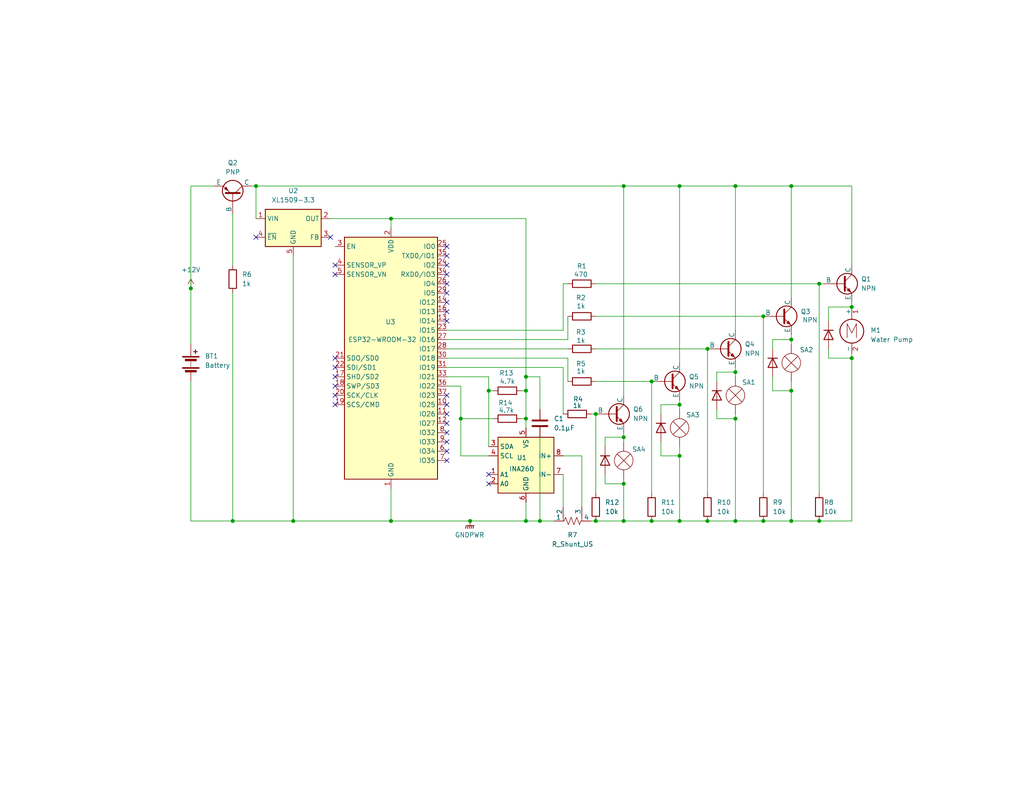
<source format=kicad_sch>
(kicad_sch (version 20250114) (generator "eeschema") (generator_version "9.0")
  (paper "A")
  (title_block (title "DryBilge") (date "2025-05-05") (rev "0.0.1") (company "David Ross") (comment 1 "https://github.com/Bagarre/BilgeDry") (comment 2 "2025 Bagarre — Licensed under the MIT License"))
  (lib_symbols
    (symbol "Device:Battery" (pin_numbers (hide yes)) (pin_names (offset 0) (hide yes))
      (property "Reference" "BT" (at 2.54 2.54 0))
      (property "Value" "Battery" (at 2.54 0 0))
      (symbol "Battery_0_1"
        (rectangle (start -2.286 1.778) (end 2.286 1.524) (fill (type outline)))
        (rectangle (start -2.286 -1.27) (end 2.286 -1.524) (fill (type outline)))
        (rectangle (start -1.524 1.016) (end 1.524 0.508) (fill (type outline)))
        (rectangle (start -1.524 -2.032) (end 1.524 -2.54) (fill (type outline)))
        (polyline (pts (xy 0 1.778) (xy 0 2.54)))
        (polyline (pts (xy 0 0) (xy 0 0.254)))
        (polyline (pts (xy 0 -0.508) (xy 0 -0.254)))
        (polyline (pts (xy 0 -1.016) (xy 0 -0.762)))
        (polyline (pts (xy 0.762 3.048) (xy 1.778 3.048)) (stroke (width 0.254)))
        (polyline (pts (xy 1.27 3.556) (xy 1.27 2.54)) (stroke (width 0.254)))
      )
      (symbol "Battery_1_1"
        (pin passive line (at 0 5.08 270) (length 2.54) (name "+") (number "1"))
        (pin passive line (at 0 -5.08 90) (length 2.54) (name "-") (number "2"))
      )
    )
    (symbol "Device:C" (pin_numbers (hide yes)) (pin_names (offset 0.254))
      (property "Reference" "C" (at 0.635 2.54 0))
      (property "Value" "C" (at 0.635 -2.54 0))
      (symbol "C_0_1"
        (polyline (pts (xy -2.032 0.762) (xy 2.032 0.762)) (stroke (width 0.508)))
        (polyline (pts (xy -2.032 -0.762) (xy 2.032 -0.762)) (stroke (width 0.508)))
      )
      (symbol "C_1_1"
        (pin passive line (at 0 3.81 270) (length 2.794) (name "~") (number "1"))
        (pin passive line (at 0 -3.81 90) (length 2.794) (name "~") (number "2"))
      )
    )
    (symbol "Device:D" (pin_numbers (hide yes)) (pin_names (offset 1.016) (hide yes))
      (property "Reference" "D" (at 0 2.54 0))
      (property "Value" "D" (at 0 -2.54 0))
      (symbol "D_0_1"
        (polyline (pts (xy -1.27 1.27) (xy -1.27 -1.27)) (stroke (width 0.254)))
        (polyline (pts (xy 1.27 1.27) (xy 1.27 -1.27) (xy -1.27 0) (xy 1.27 1.27)) (stroke (width 0.254)))
        (polyline (pts (xy 1.27 0) (xy -1.27 0)))
      )
      (symbol "D_1_1"
        (pin passive line (at -3.81 0 0) (length 2.54) (name "K") (number "1"))
        (pin passive line (at 3.81 0 180) (length 2.54) (name "A") (number "2"))
      )
    )
    (symbol "Device:Lamp" (pin_numbers (hide yes)) (pin_names (offset 0.0254) (hide yes))
      (property "Reference" "LA" (at 0.635 3.81 0))
      (property "Value" "Lamp" (at 0.635 -3.81 0))
      (symbol "Lamp_0_1"
        (polyline (pts (xy -1.778 1.778) (xy 1.778 -1.778)))
        (circle (center 0 0) (radius 2.54))
        (polyline (pts (xy 1.778 1.778) (xy -1.778 -1.778)))
      )
      (symbol "Lamp_1_1"
        (pin passive line (at 0 5.08 270) (length 2.54) (name "+") (number "2"))
        (pin passive line (at 0 -5.08 90) (length 2.54) (name "-") (number "1"))
      )
    )
    (symbol "Device:R" (pin_numbers (hide yes)) (pin_names (offset 0))
      (property "Reference" "R" (at 2.032 0 90))
      (property "Value" "R" (at 0 0 90))
      (symbol "R_0_1"
        (rectangle (start -1.016 -2.54) (end 1.016 2.54) (stroke (width 0.254)))
      )
      (symbol "R_1_1"
        (pin passive line (at 0 3.81 270) (length 1.27) (name "~") (number "1"))
        (pin passive line (at 0 -3.81 90) (length 1.27) (name "~") (number "2"))
      )
    )
    (symbol "Device:R_Shunt_US" (pin_numbers (hide yes)) (pin_names (offset 0))
      (property "Reference" "R" (at -5.08 0 90))
      (property "Value" "R_Shunt_US" (at -3.048 0 90))
      (symbol "R_Shunt_US_1_1"
        (polyline (pts (xy 0 2.286) (xy 0 2.54)))
        (polyline (pts (xy 0 2.286) (xy 1.016 1.905) (xy 0 1.524) (xy -1.016 1.143) (xy 0 0.762)))
        (polyline (pts (xy 0 0.762) (xy 1.016 0.381) (xy 0 0) (xy -1.016 -0.381) (xy 0 -0.762)))
        (polyline (pts (xy 0 -0.762) (xy 1.016 -1.143) (xy 0 -1.524) (xy -1.016 -1.905) (xy 0 -2.286)))
        (polyline (pts (xy 0 -2.286) (xy 0 -2.54)))
        (polyline (pts (xy 0 -2.54) (xy 1.27 -2.54)))
        (polyline (pts (xy 1.27 2.54) (xy 0 2.54)))
        (pin passive line (at 0 5.08 270) (length 2.54) (name "1") (number "1"))
        (pin passive line (at 0 -5.08 90) (length 2.54) (name "4") (number "4"))
        (pin passive line (at 3.81 2.54 180) (length 2.54) (name "2") (number "2"))
        (pin passive line (at 3.81 -2.54 180) (length 2.54) (name "3") (number "3"))
      )
    )
    (symbol "Motor:Motor_DC" (pin_names (offset 0))
      (property "Reference" "M" (at 2.54 2.54 0))
      (property "Value" "Motor_DC" (at 2.54 -5.08 0))
      (symbol "Motor_DC_0_0"
        (polyline (pts (xy -1.27 -3.302) (xy -1.27 0.508) (xy 0 -2.032) (xy 1.27 0.508) (xy 1.27 -3.302)))
      )
      (symbol "Motor_DC_0_1"
        (polyline (pts (xy 0 2.032) (xy 0 2.54)))
        (polyline (pts (xy 0 1.7272) (xy 0 2.0828)))
        (circle (center 0 -1.524) (radius 3.2512) (stroke (width 0.254)))
        (polyline (pts (xy 0 -4.7752) (xy 0 -5.1816)))
        (polyline (pts (xy 0 -7.62) (xy 0 -7.112)))
      )
      (symbol "Motor_DC_1_1"
        (pin passive line (at 0 5.08 270) (length 2.54) (name "+") (number "1"))
        (pin passive line (at 0 -7.62 90) (length 2.54) (name "-") (number "2"))
      )
    )
    (symbol "RF_Module:ESP32-WROOM-32"
      (property "Reference" "U" (at -12.7 34.29 0))
      (property "Value" "ESP32-WROOM-32" (at 1.27 34.29 0))
      (symbol "ESP32-WROOM-32_0_1"
        (rectangle (start -12.7 33.02) (end 12.7 -33.02) (stroke (width 0.254)) (fill (type background)))
      )
      (symbol "ESP32-WROOM-32_1_1"
        (pin input line (at -15.24 30.48 0) (length 2.54) (name "EN") (number "3"))
        (pin input line (at -15.24 25.4 0) (length 2.54) (name "SENSOR_VP") (number "4"))
        (pin input line (at -15.24 22.86 0) (length 2.54) (name "SENSOR_VN") (number "5"))
        (pin bidirectional line (at -15.24 0 0) (length 2.54) (name "SDO/SD0") (number "21"))
        (pin bidirectional line (at -15.24 -2.54 0) (length 2.54) (name "SDI/SD1") (number "22"))
        (pin bidirectional line (at -15.24 -5.08 0) (length 2.54) (name "SHD/SD2") (number "17"))
        (pin bidirectional line (at -15.24 -7.62 0) (length 2.54) (name "SWP/SD3") (number "18"))
        (pin bidirectional line (at -15.24 -10.16 0) (length 2.54) (name "SCK/CLK") (number "20"))
        (pin bidirectional line (at -15.24 -12.7 0) (length 2.54) (name "SCS/CMD") (number "19"))
        (pin no_connect line (at -12.7 -27.94 0) (length 2.54) (hide yes) (name "NC") (number "32"))
        (pin power_in line (at 0 35.56 270) (length 2.54) (name "VDD") (number "2"))
        (pin power_in line (at 0 -35.56 90) (length 2.54) (name "GND") (number "1"))
        (pin passive line (at 0 -35.56 90) (length 2.54) (hide yes) (name "GND") (number "15"))
        (pin passive line (at 0 -35.56 90) (length 2.54) (hide yes) (name "GND") (number "38"))
        (pin passive line (at 0 -35.56 90) (length 2.54) (hide yes) (name "GND") (number "39"))
        (pin bidirectional line (at 15.24 30.48 180) (length 2.54) (name "IO0") (number "25"))
        (pin bidirectional line (at 15.24 27.94 180) (length 2.54) (name "TXD0/IO1") (number "35"))
        (pin bidirectional line (at 15.24 25.4 180) (length 2.54) (name "IO2") (number "24"))
        (pin bidirectional line (at 15.24 22.86 180) (length 2.54) (name "RXD0/IO3") (number "34"))
        (pin bidirectional line (at 15.24 20.32 180) (length 2.54) (name "IO4") (number "26"))
        (pin bidirectional line (at 15.24 17.78 180) (length 2.54) (name "IO5") (number "29"))
        (pin bidirectional line (at 15.24 15.24 180) (length 2.54) (name "IO12") (number "14"))
        (pin bidirectional line (at 15.24 12.7 180) (length 2.54) (name "IO13") (number "16"))
        (pin bidirectional line (at 15.24 10.16 180) (length 2.54) (name "IO14") (number "13"))
        (pin bidirectional line (at 15.24 7.62 180) (length 2.54) (name "IO15") (number "23"))
        (pin bidirectional line (at 15.24 5.08 180) (length 2.54) (name "IO16") (number "27"))
        (pin bidirectional line (at 15.24 2.54 180) (length 2.54) (name "IO17") (number "28"))
        (pin bidirectional line (at 15.24 0 180) (length 2.54) (name "IO18") (number "30"))
        (pin bidirectional line (at 15.24 -2.54 180) (length 2.54) (name "IO19") (number "31"))
        (pin bidirectional line (at 15.24 -5.08 180) (length 2.54) (name "IO21") (number "33"))
        (pin bidirectional line (at 15.24 -7.62 180) (length 2.54) (name "IO22") (number "36"))
        (pin bidirectional line (at 15.24 -10.16 180) (length 2.54) (name "IO23") (number "37"))
        (pin bidirectional line (at 15.24 -12.7 180) (length 2.54) (name "IO25") (number "10"))
        (pin bidirectional line (at 15.24 -15.24 180) (length 2.54) (name "IO26") (number "11"))
        (pin bidirectional line (at 15.24 -17.78 180) (length 2.54) (name "IO27") (number "12"))
        (pin bidirectional line (at 15.24 -20.32 180) (length 2.54) (name "IO32") (number "8"))
        (pin bidirectional line (at 15.24 -22.86 180) (length 2.54) (name "IO33") (number "9"))
        (pin input line (at 15.24 -25.4 180) (length 2.54) (name "IO34") (number "6"))
        (pin input line (at 15.24 -27.94 180) (length 2.54) (name "IO35") (number "7"))
      )
    )
    (symbol "Regulator_Switching:XL1509-3.3"
      (property "Reference" "U" (at -7.112 6.096 0))
      (property "Value" "XL1509-3.3" (at 5.842 6.096 0))
      (symbol "XL1509-3.3_0_1"
        (rectangle (start -7.62 5.08) (end 7.62 -5.08) (stroke (width 0.254)) (fill (type background)))
      )
      (symbol "XL1509-3.3_1_1"
        (pin power_in line (at -10.16 2.54 0) (length 2.54) (name "VIN") (number "1"))
        (pin input line (at -10.16 -2.54 0) (length 2.54) (name "~{EN}") (number "4"))
        (pin power_in line (at 0 -7.62 90) (length 2.54) (name "GND") (number "5"))
        (pin passive line (at 0 -7.62 90) (length 2.54) (hide yes) (name "GND") (number "6"))
        (pin passive line (at 0 -7.62 90) (length 2.54) (hide yes) (name "GND") (number "7"))
        (pin passive line (at 0 -7.62 90) (length 2.54) (hide yes) (name "GND") (number "8"))
        (pin power_out line (at 10.16 2.54 180) (length 2.54) (name "OUT") (number "2"))
        (pin input line (at 10.16 -2.54 180) (length 2.54) (name "FB") (number "3"))
      )
    )
    (symbol "Sensor_Energy:INA219AxD"
      (property "Reference" "U" (at -6.35 8.89 0))
      (property "Value" "INA219AxD" (at 5.08 8.89 0))
      (symbol "INA219AxD_0_1"
        (rectangle (start -7.62 7.62) (end 7.62 -7.62) (stroke (width 0.254)) (fill (type background)))
      )
      (symbol "INA219AxD_1_1"
        (pin input line (at -10.16 2.54 0) (length 2.54) (name "IN+") (number "8"))
        (pin input line (at -10.16 -2.54 0) (length 2.54) (name "IN-") (number "7"))
        (pin power_in line (at 0 10.16 270) (length 2.54) (name "VS") (number "5"))
        (pin power_in line (at 0 -10.16 90) (length 2.54) (name "GND") (number "6"))
        (pin bidirectional line (at 10.16 5.08 180) (length 2.54) (name "SDA") (number "3"))
        (pin input line (at 10.16 2.54 180) (length 2.54) (name "SCL") (number "4"))
        (pin input line (at 10.16 -2.54 180) (length 2.54) (name "A1") (number "1"))
        (pin input line (at 10.16 -5.08 180) (length 2.54) (name "A0") (number "2"))
      )
    )
    (symbol "Simulation_SPICE:NPN" (pin_numbers (hide yes)) (pin_names (offset 0))
      (property "Reference" "Q" (at -2.54 7.62 0))
      (property "Value" "NPN" (at -2.54 5.08 0))
      (symbol "NPN_0_1"
        (polyline (pts (xy -2.54 0) (xy 0.635 0)) (stroke (width 0.1524)))
        (polyline (pts (xy 0.635 1.905) (xy 0.635 -1.905) (xy 0.635 -1.905)) (stroke (width 0.508)))
        (polyline (pts (xy 0.635 0.635) (xy 2.54 2.54)))
        (polyline (pts (xy 0.635 -0.635) (xy 2.54 -2.54) (xy 2.54 -2.54)))
        (circle (center 1.27 0) (radius 2.8194) (stroke (width 0.254)))
        (polyline (pts (xy 1.27 -1.778) (xy 1.778 -1.27) (xy 2.286 -2.286) (xy 1.27 -1.778) (xy 1.27 -1.778)) (fill (type outline)))
        (polyline (pts (xy 2.794 -1.27) (xy 2.794 -1.27)) (stroke (width 0.1524)))
        (polyline (pts (xy 2.794 -1.27) (xy 2.794 -1.27)) (stroke (width 0.1524)))
      )
      (symbol "NPN_1_1"
        (pin input line (at -5.08 0 0) (length 2.54) (name "B") (number "2"))
        (pin open_collector line (at 2.54 5.08 270) (length 2.54) (name "C") (number "1"))
        (pin open_emitter line (at 2.54 -5.08 90) (length 2.54) (name "E") (number "3"))
      )
    )
    (symbol "Simulation_SPICE:PNP" (pin_numbers (hide yes)) (pin_names (offset 0))
      (property "Reference" "Q" (at -2.54 7.62 0))
      (property "Value" "PNP" (at -2.54 5.08 0))
      (symbol "PNP_0_1"
        (polyline (pts (xy -2.54 0) (xy 0.635 0)) (stroke (width 0.1524)))
        (polyline (pts (xy 0.635 1.905) (xy 0.635 -1.905) (xy 0.635 -1.905)) (stroke (width 0.508)))
        (polyline (pts (xy 0.635 0.635) (xy 2.54 2.54)))
        (polyline (pts (xy 0.635 -0.635) (xy 2.54 -2.54) (xy 2.54 -2.54)))
        (circle (center 1.27 0) (radius 2.8194) (stroke (width 0.254)))
        (polyline (pts (xy 2.286 -1.778) (xy 1.778 -2.286) (xy 1.27 -1.27) (xy 2.286 -1.778) (xy 2.286 -1.778)) (fill (type outline)))
      )
      (symbol "PNP_1_1"
        (pin input line (at -5.08 0 0) (length 2.54) (name "B") (number "2"))
        (pin open_collector line (at 2.54 5.08 270) (length 2.54) (name "C") (number "1"))
        (pin open_emitter line (at 2.54 -5.08 90) (length 2.54) (name "E") (number "3"))
      )
    )
    (symbol "power:+12V" (power) (pin_numbers (hide yes)) (pin_names (offset 0) (hide yes))
      (property "Value" "+12V" (at 0 3.556 0))
      (symbol "+12V_0_1"
        (polyline (pts (xy -0.762 1.27) (xy 0 2.54)))
        (polyline (pts (xy 0 2.54) (xy 0.762 1.27)))
        (polyline (pts (xy 0 0) (xy 0 2.54)))
      )
      (symbol "+12V_1_1"
        (pin power_in line (at 0 0 90) (length 0) (name "~") (number "1"))
      )
    )
    (symbol "power:GNDPWR" (power) (pin_numbers (hide yes)) (pin_names (offset 0) (hide yes))
      (property "Value" "GNDPWR" (at 0 -3.302 0))
      (symbol "GNDPWR_0_1"
        (polyline (pts (xy -1.016 -1.27) (xy -1.27 -2.032) (xy -1.27 -2.032)) (stroke (width 0.2032)))
        (polyline (pts (xy -0.508 -1.27) (xy -0.762 -2.032) (xy -0.762 -2.032)) (stroke (width 0.2032)))
        (polyline (pts (xy 0 -1.27) (xy 0 0)))
        (polyline (pts (xy 0 -1.27) (xy -0.254 -2.032) (xy -0.254 -2.032)) (stroke (width 0.2032)))
        (polyline (pts (xy 0.508 -1.27) (xy 0.254 -2.032) (xy 0.254 -2.032)) (stroke (width 0.2032)))
        (polyline (pts (xy 1.016 -1.27) (xy -1.016 -1.27) (xy -1.016 -1.27)) (stroke (width 0.2032)))
        (polyline (pts (xy 1.016 -1.27) (xy 0.762 -2.032) (xy 0.762 -2.032) (xy 0.762 -2.032)) (stroke (width 0.2032)))
      )
      (symbol "GNDPWR_1_1"
        (pin power_in line (at 0 0 270) (length 0) (name "~") (number "1"))
      )
    )
  )
  (junction (at 185.42 50.8))
  (junction (at 63.5 142.24))
  (junction (at 193.04 142.24))
  (junction (at 106.68 142.24))
  (junction (at 215.9 142.24))
  (junction (at 232.41 97.79))
  (junction (at 185.42 110.49))
  (junction (at 193.04 95.25))
  (junction (at 208.28 142.24))
  (junction (at 106.68 59.69))
  (junction (at 177.8 104.14))
  (junction (at 223.52 142.24))
  (junction (at 200.66 114.3))
  (junction (at 170.18 50.8))
  (junction (at 143.51 102.87))
  (junction (at 208.28 86.36))
  (junction (at 170.18 142.24))
  (junction (at 143.51 106.68))
  (junction (at 52.07 78.74))
  (junction (at 200.66 101.6))
  (junction (at 143.51 142.24))
  (junction (at 185.42 142.24))
  (junction (at 200.66 50.8))
  (junction (at 185.42 124.46))
  (junction (at 215.9 106.68))
  (junction (at 162.56 113.03))
  (junction (at 170.18 132.08))
  (junction (at 215.9 92.71))
  (junction (at 162.56 142.24))
  (junction (at 200.66 142.24))
  (junction (at 223.52 77.47))
  (junction (at 80.01 142.24))
  (junction (at 128.27 142.24))
  (junction (at 147.32 142.24))
  (junction (at 143.51 114.3))
  (junction (at 133.35 106.68))
  (junction (at 69.85 50.8))
  (junction (at 177.8 142.24))
  (junction (at 125.73 114.3))
  (junction (at 170.18 119.38))
  (junction (at 232.41 83.82))
  (junction (at 215.9 50.8))
  (no_connect (at 121.92 118.11))
  (no_connect (at 121.92 123.19))
  (no_connect (at 121.92 113.03))
  (no_connect (at 121.92 74.93))
  (no_connect (at 133.35 129.54))
  (no_connect (at 90.17 64.77))
  (no_connect (at 91.44 110.49))
  (no_connect (at 121.92 87.63))
  (no_connect (at 133.35 132.08))
  (no_connect (at 121.92 72.39))
  (no_connect (at 121.92 82.55))
  (no_connect (at 121.92 125.73))
  (no_connect (at 91.44 97.79))
  (no_connect (at 121.92 85.09))
  (no_connect (at 121.92 107.95))
  (no_connect (at 91.44 72.39))
  (no_connect (at 121.92 77.47))
  (no_connect (at 91.44 102.87))
  (no_connect (at 121.92 67.31))
  (no_connect (at 121.92 80.01))
  (no_connect (at 91.44 105.41))
  (no_connect (at 121.92 110.49))
  (no_connect (at 91.44 107.95))
  (no_connect (at 91.44 100.33))
  (no_connect (at 121.92 69.85))
  (no_connect (at 69.85 64.77))
  (no_connect (at 91.44 74.93))
  (no_connect (at 121.92 120.65))
  (no_connect (at 121.92 115.57))
  (wire (pts (xy 154.94 104.14) (xy 154.94 97.79)))
  (wire (pts (xy 165.1 129.54) (xy 165.1 132.08)))
  (wire (pts (xy 170.18 50.8) (xy 185.42 50.8)))
  (wire (pts (xy 232.41 96.52) (xy 232.41 97.79)))
  (wire (pts (xy 143.51 106.68) (xy 143.51 114.3)))
  (wire (pts (xy 226.06 97.79) (xy 232.41 97.79)))
  (wire (pts (xy 200.66 50.8) (xy 215.9 50.8)))
  (wire (pts (xy 210.82 92.71) (xy 215.9 92.71)))
  (wire (pts (xy 133.35 106.68) (xy 133.35 121.92)))
  (wire (pts (xy 195.58 104.14) (xy 195.58 101.6)))
  (wire (pts (xy 180.34 124.46) (xy 185.42 124.46)))
  (wire (pts (xy 147.32 111.76) (xy 147.32 102.87)))
  (wire (pts (xy 177.8 142.24) (xy 185.42 142.24)))
  (wire (pts (xy 210.82 102.87) (xy 210.82 106.68)))
  (wire (pts (xy 106.68 142.24) (xy 128.27 142.24)))
  (wire (pts (xy 185.42 50.8) (xy 200.66 50.8)))
  (wire (pts (xy 125.73 105.41) (xy 125.73 114.3)))
  (wire (pts (xy 170.18 119.38) (xy 170.18 120.65)))
  (wire (pts (xy 121.92 90.17) (xy 153.67 90.17)))
  (wire (pts (xy 52.07 78.74) (xy 52.07 50.8)))
  (wire (pts (xy 215.9 104.14) (xy 215.9 106.68)))
  (wire (pts (xy 143.51 59.69) (xy 143.51 102.87)))
  (wire (pts (xy 143.51 116.84) (xy 143.51 114.3)))
  (wire (pts (xy 121.92 102.87) (xy 133.35 102.87)))
  (wire (pts (xy 143.51 102.87) (xy 143.51 106.68)))
  (wire (pts (xy 121.92 92.71) (xy 154.94 92.71)))
  (wire (pts (xy 147.32 142.24) (xy 151.13 142.24)))
  (wire (pts (xy 226.06 87.63) (xy 226.06 83.82)))
  (wire (pts (xy 232.41 97.79) (xy 232.41 142.24)))
  (wire (pts (xy 121.92 105.41) (xy 125.73 105.41)))
  (wire (pts (xy 180.34 120.65) (xy 180.34 124.46)))
  (wire (pts (xy 153.67 77.47) (xy 154.94 77.47)))
  (wire (pts (xy 193.04 95.25) (xy 193.04 134.62)))
  (wire (pts (xy 143.51 137.16) (xy 143.51 142.24)))
  (wire (pts (xy 177.8 104.14) (xy 177.8 134.62)))
  (wire (pts (xy 125.73 114.3) (xy 134.62 114.3)))
  (wire (pts (xy 177.8 104.14) (xy 179.07 104.14)))
  (wire (pts (xy 226.06 83.82) (xy 232.41 83.82)))
  (wire (pts (xy 121.92 100.33) (xy 153.67 100.33)))
  (wire (pts (xy 133.35 106.68) (xy 134.62 106.68)))
  (wire (pts (xy 80.01 69.85) (xy 80.01 142.24)))
  (wire (pts (xy 162.56 77.47) (xy 223.52 77.47)))
  (wire (pts (xy 106.68 133.35) (xy 106.68 142.24)))
  (wire (pts (xy 210.82 106.68) (xy 215.9 106.68)))
  (wire (pts (xy 226.06 95.25) (xy 226.06 97.79)))
  (wire (pts (xy 80.01 142.24) (xy 106.68 142.24)))
  (wire (pts (xy 170.18 118.11) (xy 170.18 119.38)))
  (wire (pts (xy 153.67 124.46) (xy 158.75 124.46)))
  (wire (pts (xy 143.51 142.24) (xy 147.32 142.24)))
  (wire (pts (xy 215.9 106.68) (xy 215.9 142.24)))
  (wire (pts (xy 162.56 142.24) (xy 170.18 142.24)))
  (wire (pts (xy 125.73 124.46) (xy 133.35 124.46)))
  (wire (pts (xy 52.07 142.24) (xy 63.5 142.24)))
  (wire (pts (xy 170.18 130.81) (xy 170.18 132.08)))
  (wire (pts (xy 185.42 109.22) (xy 185.42 110.49)))
  (wire (pts (xy 121.92 97.79) (xy 154.94 97.79)))
  (wire (pts (xy 106.68 59.69) (xy 143.51 59.69)))
  (wire (pts (xy 143.51 142.24) (xy 128.27 142.24)))
  (wire (pts (xy 208.28 134.62) (xy 208.28 86.36)))
  (wire (pts (xy 158.75 124.46) (xy 158.75 138.43)))
  (wire (pts (xy 161.29 113.03) (xy 162.56 113.03)))
  (wire (pts (xy 170.18 132.08) (xy 170.18 142.24)))
  (wire (pts (xy 161.29 142.24) (xy 162.56 142.24)))
  (wire (pts (xy 154.94 92.71) (xy 154.94 86.36)))
  (wire (pts (xy 142.24 114.3) (xy 143.51 114.3)))
  (wire (pts (xy 125.73 114.3) (xy 125.73 124.46)))
  (wire (pts (xy 153.67 129.54) (xy 153.67 138.43)))
  (wire (pts (xy 147.32 102.87) (xy 143.51 102.87)))
  (wire (pts (xy 223.52 77.47) (xy 224.79 77.47)))
  (wire (pts (xy 185.42 110.49) (xy 185.42 111.76)))
  (wire (pts (xy 106.68 59.69) (xy 106.68 62.23)))
  (wire (pts (xy 63.5 58.42) (xy 63.5 72.39)))
  (wire (pts (xy 52.07 104.14) (xy 52.07 142.24)))
  (wire (pts (xy 215.9 142.24) (xy 223.52 142.24)))
  (wire (pts (xy 147.32 119.38) (xy 147.32 142.24)))
  (wire (pts (xy 162.56 86.36) (xy 208.28 86.36)))
  (wire (pts (xy 185.42 142.24) (xy 193.04 142.24)))
  (wire (pts (xy 153.67 113.03) (xy 153.67 100.33)))
  (wire (pts (xy 232.41 50.8) (xy 215.9 50.8)))
  (wire (pts (xy 215.9 91.44) (xy 215.9 92.71)))
  (wire (pts (xy 63.5 142.24) (xy 80.01 142.24)))
  (wire (pts (xy 232.41 82.55) (xy 232.41 83.82)))
  (wire (pts (xy 52.07 93.98) (xy 52.07 78.74)))
  (wire (pts (xy 165.1 121.92) (xy 165.1 119.38)))
  (wire (pts (xy 210.82 95.25) (xy 210.82 92.71)))
  (wire (pts (xy 52.07 50.8) (xy 58.42 50.8)))
  (wire (pts (xy 223.52 142.24) (xy 232.41 142.24)))
  (wire (pts (xy 165.1 132.08) (xy 170.18 132.08)))
  (wire (pts (xy 180.34 110.49) (xy 185.42 110.49)))
  (wire (pts (xy 185.42 124.46) (xy 185.42 142.24)))
  (wire (pts (xy 185.42 50.8) (xy 185.42 99.06)))
  (wire (pts (xy 153.67 77.47) (xy 153.67 90.17)))
  (wire (pts (xy 165.1 119.38) (xy 170.18 119.38)))
  (wire (pts (xy 195.58 101.6) (xy 200.66 101.6)))
  (wire (pts (xy 208.28 142.24) (xy 215.9 142.24)))
  (wire (pts (xy 162.56 113.03) (xy 162.56 134.62)))
  (wire (pts (xy 162.56 95.25) (xy 193.04 95.25)))
  (wire (pts (xy 200.66 114.3) (xy 200.66 142.24)))
  (wire (pts (xy 170.18 142.24) (xy 177.8 142.24)))
  (wire (pts (xy 232.41 72.39) (xy 232.41 50.8)))
  (wire (pts (xy 90.17 59.69) (xy 106.68 59.69)))
  (wire (pts (xy 200.66 100.33) (xy 200.66 101.6)))
  (wire (pts (xy 133.35 102.87) (xy 133.35 106.68)))
  (wire (pts (xy 69.85 50.8) (xy 170.18 50.8)))
  (wire (pts (xy 223.52 134.62) (xy 223.52 77.47)))
  (wire (pts (xy 162.56 104.14) (xy 177.8 104.14)))
  (wire (pts (xy 68.58 50.8) (xy 69.85 50.8)))
  (wire (pts (xy 200.66 142.24) (xy 208.28 142.24)))
  (wire (pts (xy 195.58 111.76) (xy 195.58 114.3)))
  (wire (pts (xy 180.34 113.03) (xy 180.34 110.49)))
  (wire (pts (xy 215.9 92.71) (xy 215.9 93.98)))
  (wire (pts (xy 69.85 59.69) (xy 69.85 50.8)))
  (wire (pts (xy 142.24 106.68) (xy 143.51 106.68)))
  (wire (pts (xy 63.5 80.01) (xy 63.5 142.24)))
  (wire (pts (xy 121.92 95.25) (xy 154.94 95.25)))
  (wire (pts (xy 215.9 50.8) (xy 215.9 81.28)))
  (wire (pts (xy 193.04 142.24) (xy 200.66 142.24)))
  (wire (pts (xy 195.58 114.3) (xy 200.66 114.3)))
  (wire (pts (xy 170.18 50.8) (xy 170.18 107.95)))
  (wire (pts (xy 200.66 113.03) (xy 200.66 114.3)))
  (wire (pts (xy 185.42 121.92) (xy 185.42 124.46)))
  (wire (pts (xy 200.66 101.6) (xy 200.66 102.87)))
  (wire (pts (xy 200.66 50.8) (xy 200.66 90.17)))
  (symbol (lib_id "Simulation_SPICE:NPN") (at 182.88 104.14 0) (unit 1)
    (property "Reference" "Q5" (at 187.96 102.8699 0) (effects (justify left)))
    (property "Value" "NPN" (at 187.96 105.4099 0) (effects (justify left)))
    (property "Datasheet" "https://ngspice.sourceforge.io/docs/ngspice-html-manual/manual.xhtml#cha_BJTs" (effects (hide yes)))
    (property "Description" "Bipolar transistor symbol for simulation only, substrate tied to the emitter" (effects (hide yes)))
    (property "Sim.Device" "NPN" (effects (hide yes)))
    (property "Sim.Type" "GUMMELPOON" (effects (hide yes)))
    (property "Sim.Pins" "1=C 2=B 3=E" (effects (hide yes)))
  )
  (symbol (lib_id "Device:R") (at 158.75 86.36 90) (unit 1)
    (property "Reference" "R2" (at 158.496 81.28 90))
    (property "Value" "1k" (at 158.496 83.566 90))
    (property "Description" "Resistor" (effects (hide yes)))
  )
  (symbol (lib_id "Device:D") (at 195.58 107.95 270) (unit 1)
    (property "Reference" "D3" (effects (hide yes)))
    (property "Value" "D" (effects (hide yes)))
    (property "Description" "Diode" (effects (hide yes)))
    (property "Sim.Device" "D" (effects (hide yes)))
    (property "Sim.Pins" "1=K 2=A" (effects (hide yes)))
  )
  (symbol (lib_id "Simulation_SPICE:NPN") (at 213.36 86.36 0) (unit 1)
    (property "Reference" "Q3" (at 218.44 85.0899 0) (effects (justify left)))
    (property "Value" "NPN" (at 218.948 87.376 0) (effects (justify left)))
    (property "Datasheet" "https://ngspice.sourceforge.io/docs/ngspice-html-manual/manual.xhtml#cha_BJTs" (effects (hide yes)))
    (property "Description" "Bipolar transistor symbol for simulation only, substrate tied to the emitter" (effects (hide yes)))
    (property "Sim.Device" "NPN" (effects (hide yes)))
    (property "Sim.Type" "GUMMELPOON" (effects (hide yes)))
    (property "Sim.Pins" "1=C 2=B 3=E" (effects (hide yes)))
  )
  (symbol (lib_id "Device:D") (at 180.34 116.84 270) (unit 1)
    (property "Reference" "D4" (effects (hide yes)))
    (property "Value" "D" (effects (hide yes)))
    (property "Description" "Diode" (effects (hide yes)))
    (property "Sim.Device" "D" (effects (hide yes)))
    (property "Sim.Pins" "1=K 2=A" (effects (hide yes)))
  )
  (symbol (lib_id "Simulation_SPICE:NPN") (at 229.87 77.47 0) (unit 1)
    (property "Reference" "Q1" (at 234.95 76.1999 0) (effects (justify left)))
    (property "Value" "NPN" (at 234.95 78.7399 0) (effects (justify left)))
    (property "Datasheet" "https://ngspice.sourceforge.io/docs/ngspice-html-manual/manual.xhtml#cha_BJTs" (effects (hide yes)))
    (property "Description" "Bipolar transistor symbol for simulation only, substrate tied to the emitter" (effects (hide yes)))
    (property "Sim.Device" "NPN" (effects (hide yes)))
    (property "Sim.Type" "GUMMELPOON" (effects (hide yes)))
    (property "Sim.Pins" "1=C 2=B 3=E" (effects (hide yes)))
  )
  (symbol (lib_id "Regulator_Switching:XL1509-3.3") (at 80.01 62.23 0) (unit 1)
    (property "Reference" "U2" (at 80.01 52.07 0))
    (property "Value" "XL1509-3.3" (at 80.01 54.61 0))
    (property "Footprint" "Package_SO:SOIC-8_3.9x4.9mm_P1.27mm" (effects (hide yes)))
    (property "Datasheet" "https://datasheet.lcsc.com/lcsc/1809050422_XLSEMI-XL1509-5-0E1_C61063.pdf" (effects (hide yes)))
    (property "Description" "Buck DC/DC Converter, 2A, 3.3V Output Voltage, 4.5-40V Input Voltage" (effects (hide yes)))
  )
  (symbol (lib_id "Device:R_Shunt_US") (at 156.21 142.24 90) (unit 1)
    (property "Reference" "R7" (at 156.21 146.05 90))
    (property "Value" "R_Shunt_US" (at 156.21 148.59 90))
    (property "Description" "Shunt resistor, US symbol" (effects (hide yes)))
  )
  (symbol (lib_id "Device:R") (at 223.52 138.43 0) (unit 1)
    (property "Reference" "R8" (at 224.79 137.16 0) (effects (justify left)))
    (property "Value" "10k" (at 224.79 139.7 0) (effects (justify left)))
    (property "Description" "Resistor" (effects (hide yes)))
  )
  (symbol (lib_id "Device:R") (at 63.5 76.2 0) (unit 1)
    (property "Reference" "R6" (at 66.04 74.9299 0) (effects (justify left)))
    (property "Value" "1k" (at 66.04 77.4699 0) (effects (justify left)))
    (property "Description" "Resistor" (effects (hide yes)))
  )
  (symbol (lib_id "Device:D") (at 226.06 91.44 270) (unit 1)
    (property "Reference" "D1" (effects (hide yes)))
    (property "Value" "D" (effects (hide yes)))
    (property "Description" "Diode" (effects (hide yes)))
    (property "Sim.Device" "D" (effects (hide yes)))
    (property "Sim.Pins" "1=K 2=A" (effects (hide yes)))
  )
  (symbol (lib_id "Simulation_SPICE:NPN") (at 198.12 95.25 0) (unit 1)
    (property "Reference" "Q4" (at 203.2 93.9799 0) (effects (justify left)))
    (property "Value" "NPN" (at 203.2 96.5199 0) (effects (justify left)))
    (property "Datasheet" "https://ngspice.sourceforge.io/docs/ngspice-html-manual/manual.xhtml#cha_BJTs" (effects (hide yes)))
    (property "Description" "Bipolar transistor symbol for simulation only, substrate tied to the emitter" (effects (hide yes)))
    (property "Sim.Device" "NPN" (effects (hide yes)))
    (property "Sim.Type" "GUMMELPOON" (effects (hide yes)))
    (property "Sim.Pins" "1=C 2=B 3=E" (effects (hide yes)))
  )
  (symbol (lib_id "Device:R") (at 162.56 138.43 0) (unit 1)
    (property "Reference" "R12" (at 165.1 137.1599 0) (effects (justify left)))
    (property "Value" "10k" (at 165.1 139.6999 0) (effects (justify left)))
    (property "Description" "Resistor" (effects (hide yes)))
  )
  (symbol (lib_id "Device:R") (at 158.75 104.14 90) (unit 1)
    (property "Reference" "R5" (at 158.496 99.314 90))
    (property "Value" "1k" (at 158.496 101.346 90))
    (property "Description" "Resistor" (effects (hide yes)))
  )
  (symbol (lib_id "Device:Lamp") (at 215.9 99.06 0) (unit 1)
    (property "Reference" "SA2" (at 218.186 95.504 0) (effects (justify left)))
    (property "Value" "Solenoid" (effects (hide yes)))
    (property "Description" "Solenoid" (effects (hide yes)))
  )
  (symbol (lib_id "Device:R") (at 158.75 95.25 90) (unit 1)
    (property "Reference" "R3" (at 158.496 90.678 90))
    (property "Value" "1k" (at 158.496 92.964 90))
    (property "Description" "Resistor" (effects (hide yes)))
  )
  (symbol (lib_id "power:+12V") (at 52.07 78.74 0) (unit 1)
    (property "Reference" "#PWR02" (effects (hide yes)))
    (property "Value" "+12V" (at 52.07 73.66 0))
    (property "Description" "Power symbol creates a global label with name \"+12V\"" (effects (hide yes)))
  )
  (symbol (lib_id "Sensor_Energy:INA219AxD") (at 143.51 127 0) (mirror y) (unit 1)
    (property "Reference" "U1" (at 143.764 124.968 0) (effects (justify left)))
    (property "Value" "INA260" (at 145.796 128.016 0) (effects (justify left)))
    (property "Footprint" "Package_SO:SOIC-8_3.9x4.9mm_P1.27mm" (effects (hide yes)))
    (property "Datasheet" "http://www.ti.com/lit/ds/symlink/ina219.pdf" (effects (hide yes)))
    (property "Description" "Zero-Drift, Bidirectional Current/Power Monitor (0-26V) With I2C Interface, SOIC-8" (effects (hide yes)))
  )
  (symbol (lib_id "Device:R") (at 158.75 77.47 90) (unit 1)
    (property "Reference" "R1" (at 158.75 72.644 90))
    (property "Value" "470" (at 158.496 74.93 90))
    (property "Description" "Resistor" (effects (hide yes)))
  )
  (symbol (lib_id "Device:R") (at 208.28 138.43 0) (unit 1)
    (property "Reference" "R9" (at 210.82 137.1599 0) (effects (justify left)))
    (property "Value" "10k" (at 210.82 139.6999 0) (effects (justify left)))
    (property "Description" "Resistor" (effects (hide yes)))
  )
  (symbol (lib_id "Device:R") (at 138.43 114.3 90) (unit 1)
    (property "Reference" "R14" (at 137.922 109.982 90))
    (property "Value" "4.7k" (at 138.176 112.014 90))
    (property "Description" "Resistor" (effects (hide yes)))
  )
  (symbol (lib_id "Device:Lamp") (at 200.66 107.95 0) (unit 1)
    (property "Reference" "SA1" (at 202.438 104.394 0) (effects (justify left)))
    (property "Value" "Solenoid" (effects (hide yes)))
    (property "Description" "Solenoid" (effects (hide yes)))
  )
  (symbol (lib_id "power:GNDPWR") (at 128.27 142.24 0) (unit 1)
    (property "Reference" "#PWR01" (effects (hide yes)))
    (property "Value" "GNDPWR" (at 128.143 146.05 0))
    (property "Description" "Power symbol creates a global label with name \"GNDPWR\" , global ground" (effects (hide yes)))
  )
  (symbol (lib_id "Device:R") (at 157.48 113.03 90) (unit 1)
    (property "Reference" "R4" (at 157.734 108.966 90))
    (property "Value" "1k" (at 157.48 110.744 90))
    (property "Description" "Resistor" (effects (hide yes)))
  )
  (symbol (lib_id "Device:R") (at 138.43 106.68 90) (unit 1)
    (property "Reference" "R13" (at 138.176 101.854 90))
    (property "Value" "4.7k" (at 138.43 104.14 90))
    (property "Description" "Resistor" (effects (hide yes)))
  )
  (symbol (lib_id "Device:R") (at 177.8 138.43 0) (unit 1)
    (property "Reference" "R11" (at 180.34 137.1599 0) (effects (justify left)))
    (property "Value" "10k" (at 180.34 139.6999 0) (effects (justify left)))
    (property "Description" "Resistor" (effects (hide yes)))
  )
  (symbol (lib_id "Simulation_SPICE:NPN") (at 167.64 113.03 0) (unit 1)
    (property "Reference" "Q6" (at 172.72 111.7599 0) (effects (justify left)))
    (property "Value" "NPN" (at 172.72 114.3 0) (effects (justify left)))
    (property "Datasheet" "https://ngspice.sourceforge.io/docs/ngspice-html-manual/manual.xhtml#cha_BJTs" (effects (hide yes)))
    (property "Description" "Bipolar transistor symbol for simulation only, substrate tied to the emitter" (effects (hide yes)))
    (property "Sim.Device" "NPN" (effects (hide yes)))
    (property "Sim.Type" "GUMMELPOON" (effects (hide yes)))
    (property "Sim.Pins" "1=C 2=B 3=E" (effects (hide yes)))
  )
  (symbol (lib_id "Device:D") (at 210.82 99.06 270) (unit 1)
    (property "Reference" "D2" (effects (hide yes)))
    (property "Value" "D" (effects (hide yes)))
    (property "Description" "Diode" (effects (hide yes)))
    (property "Sim.Device" "D" (effects (hide yes)))
    (property "Sim.Pins" "1=K 2=A" (effects (hide yes)))
  )
  (symbol (lib_id "Simulation_SPICE:PNP") (at 63.5 53.34 270) (mirror x) (unit 1)
    (property "Reference" "Q2" (at 63.5 44.45 90))
    (property "Value" "PNP" (at 63.5 46.99 90))
    (property "Datasheet" "https://ngspice.sourceforge.io/docs/ngspice-html-manual/manual.xhtml#cha_BJTs" (effects (hide yes)))
    (property "Description" "Bipolar transistor symbol for simulation only, substrate tied to the emitter" (effects (hide yes)))
    (property "Sim.Device" "PNP" (effects (hide yes)))
    (property "Sim.Type" "GUMMELPOON" (effects (hide yes)))
    (property "Sim.Pins" "1=C 2=B 3=E" (effects (hide yes)))
  )
  (symbol (lib_id "Device:C") (at 147.32 115.57 0) (unit 1)
    (property "Reference" "C1" (at 151.13 114.2999 0) (effects (justify left)))
    (property "Value" "0.1 µF" (at 151.13 116.8399 0) (effects (justify left)))
    (property "Description" "Unpolarized capacitor" (effects (hide yes)))
  )
  (symbol (lib_id "Device:R") (at 193.04 138.43 0) (unit 1)
    (property "Reference" "R10" (at 195.58 137.1599 0) (effects (justify left)))
    (property "Value" "10k" (at 195.58 139.6999 0) (effects (justify left)))
    (property "Description" "Resistor" (effects (hide yes)))
  )
  (symbol (lib_id "Device:Lamp") (at 185.42 116.84 0) (unit 1)
    (property "Reference" "SA3" (at 187.198 113.284 0) (effects (justify left)))
    (property "Value" "Solenoid" (effects (hide yes)))
    (property "Description" "Solenoid" (effects (hide yes)))
  )
  (symbol (lib_id "Motor:Motor_DC") (at 232.41 88.9 0) (unit 1)
    (property "Reference" "M1" (at 237.49 90.1699 0) (effects (justify left)))
    (property "Value" "Water Pump" (at 237.49 92.7099 0) (effects (justify left)))
    (property "Description" "DC Motor" (effects (hide yes)))
  )
  (symbol (lib_id "Device:Battery") (at 52.07 99.06 0) (unit 1)
    (property "Reference" "BT1" (at 55.88 97.2184 0) (effects (justify left)))
    (property "Value" "Battery" (at 55.88 99.7584 0) (effects (justify left)))
    (property "Description" "Multiple-cell battery" (effects (hide yes)))
  )
  (symbol (lib_id "RF_Module:ESP32-WROOM-32") (at 106.68 97.79 0) (unit 1)
    (property "Reference" "U3" (at 105.156 87.884 0) (effects (justify left)))
    (property "Value" "ESP32-WROOM-32" (at 94.996 92.71 0) (effects (justify left)))
    (property "Footprint" "RF_Module:ESP32-WROOM-32" (effects (hide yes)))
    (property "Datasheet" "https://www.espressif.com/sites/default/files/documentation/esp32-wroom-32_datasheet_en.pdf" (effects (hide yes)))
    (property "Description" "RF Module, ESP32-D0WDQ6 SoC, Wi-Fi 802.11b/g/n, Bluetooth, BLE, 32-bit, 2.7-3.6V, onboard antenna, SMD" (effects (hide yes)))
  )
  (symbol (lib_id "Device:D") (at 165.1 125.73 270) (unit 1)
    (property "Reference" "D5" (effects (hide yes)))
    (property "Value" "D" (effects (hide yes)))
    (property "Description" "Diode" (effects (hide yes)))
    (property "Sim.Device" "D" (effects (hide yes)))
    (property "Sim.Pins" "1=K 2=A" (effects (hide yes)))
  )
  (symbol (lib_id "Device:Lamp") (at 170.18 125.73 0) (unit 1)
    (property "Reference" "SA4" (at 172.466 122.682 0) (effects (justify left)))
    (property "Value" "Solenoid" (effects (hide yes)))
    (property "Description" "Solenoid" (effects (hide yes)))
  )
)
</source>
